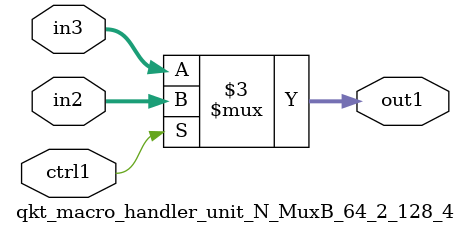
<source format=v>

`timescale 1ps / 1ps


module qkt_macro_handler_unit_N_MuxB_64_2_128_4( in3, in2, ctrl1, out1 );

    input [63:0] in3;
    input [63:0] in2;
    input ctrl1;
    output [63:0] out1;
    reg [63:0] out1;

    
    // rtl_process:qkt_macro_handler_unit_N_MuxB_64_2_128_4/qkt_macro_handler_unit_N_MuxB_64_2_128_4_thread_1
    always @*
      begin : qkt_macro_handler_unit_N_MuxB_64_2_128_4_thread_1
        case (ctrl1) 
          1'b1: 
            begin
              out1 = in2;
            end
          default: 
            begin
              out1 = in3;
            end
        endcase
      end

endmodule



</source>
